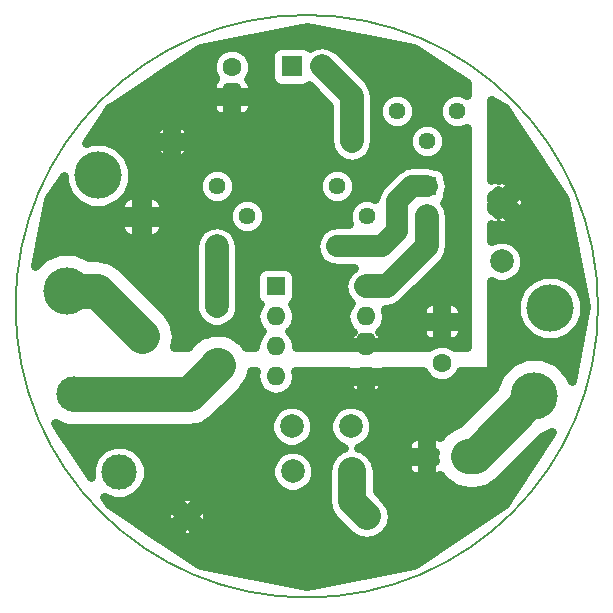
<source format=gbr>
%TF.GenerationSoftware,KiCad,Pcbnew,4.0.7*%
%TF.CreationDate,2020-08-23T22:37:38+12:00*%
%TF.ProjectId,jar-of-dirt,6A61722D6F662D646972742E6B696361,rev?*%
%TF.FileFunction,Copper,L1,Top,Signal*%
%FSLAX46Y46*%
G04 Gerber Fmt 4.6, Leading zero omitted, Abs format (unit mm)*
G04 Created by KiCad (PCBNEW 4.0.7) date 2020 August 23, Sunday 22:37:38*
%MOMM*%
%LPD*%
G01*
G04 APERTURE LIST*
%ADD10C,0.150000*%
%ADD11C,1.440000*%
%ADD12C,2.999740*%
%ADD13C,4.000500*%
%ADD14R,1.600000X1.600000*%
%ADD15C,1.600000*%
%ADD16O,1.600000X1.600000*%
%ADD17R,1.800000X1.800000*%
%ADD18C,1.800000*%
%ADD19C,2.000000*%
%ADD20O,1.800000X1.800000*%
%ADD21C,2.000000*%
%ADD22C,3.000000*%
%ADD23C,2.400000*%
%ADD24C,1.900000*%
%ADD25C,0.800000*%
G04 APERTURE END LIST*
D10*
X146578940Y-74930000D02*
G75*
G03X146578940Y-74930000I-24658940J0D01*
G01*
D11*
X124460000Y-64770000D03*
X127000000Y-67310000D03*
X124460000Y-69850000D03*
D12*
X102235000Y-82379852D03*
X106045000Y-88978966D03*
D13*
X141190533Y-82569294D03*
X142513732Y-75065059D03*
D14*
X133350000Y-76200000D03*
D15*
X133350000Y-79700000D03*
D14*
X132080000Y-87630000D03*
D15*
X135580000Y-87630000D03*
X111760000Y-92710000D03*
D16*
X127000000Y-92710000D03*
D14*
X119291100Y-73253600D03*
D16*
X126911100Y-80873600D03*
X119291100Y-75793600D03*
X126911100Y-78333600D03*
X119291100Y-78333600D03*
X126911100Y-75793600D03*
X119291100Y-80873600D03*
X126911100Y-73253600D03*
D17*
X120650000Y-54610000D03*
D18*
X123190000Y-54610000D03*
D15*
X125730000Y-60960000D03*
D16*
X110490000Y-60960000D03*
D14*
X132080000Y-64770000D03*
D15*
X132080000Y-67270000D03*
D19*
X114300000Y-74930000D03*
X114300000Y-79930000D03*
X120650000Y-85090000D03*
X125650000Y-85090000D03*
X125730000Y-88900000D03*
X120730000Y-88900000D03*
X138430000Y-71120000D03*
X138430000Y-66120000D03*
D14*
X115570000Y-57150000D03*
D15*
X115570000Y-54650000D03*
D13*
X101600000Y-73660000D03*
X104229601Y-63846194D03*
D11*
X134620000Y-58420000D03*
X132080000Y-60960000D03*
X129540000Y-58420000D03*
X114300000Y-64770000D03*
X116840000Y-67310000D03*
X114300000Y-69850000D03*
D17*
X107950000Y-67310000D03*
D20*
X107950000Y-77470000D03*
D21*
X114300000Y-74930000D02*
X114300000Y-69850000D01*
D22*
X102235000Y-82379852D02*
X111930148Y-82379852D01*
X111930148Y-82379852D02*
X114365125Y-79944875D01*
X114365125Y-79944875D02*
X114300000Y-79930000D01*
D23*
X125730000Y-88900000D02*
X125730000Y-91440000D01*
X125730000Y-91440000D02*
X127000000Y-92710000D01*
D22*
X135580000Y-87630000D02*
X136129827Y-87630000D01*
X136129827Y-87630000D02*
X141190533Y-82569294D01*
D21*
X125730000Y-60960000D02*
X125730000Y-57150000D01*
X125730000Y-57150000D02*
X123190000Y-54610000D01*
X126911100Y-73253600D02*
X128676400Y-73253600D01*
X132080000Y-69850000D02*
X132080000Y-67270000D01*
X128676400Y-73253600D02*
X132080000Y-69850000D01*
D24*
X132080000Y-64770000D02*
X130810000Y-64770000D01*
X128270000Y-69850000D02*
X124460000Y-69850000D01*
X129540000Y-68580000D02*
X128270000Y-69850000D01*
X129540000Y-66040000D02*
X129540000Y-68580000D01*
X130810000Y-64770000D02*
X129540000Y-66040000D01*
D22*
X101600000Y-73660000D02*
X104140000Y-73660000D01*
X104140000Y-73660000D02*
X107950000Y-77470000D01*
D25*
G36*
X138667075Y-58182925D02*
X143801107Y-65866549D01*
X145603940Y-74930000D01*
X144339558Y-81286474D01*
X144074806Y-80645723D01*
X143119135Y-79688383D01*
X141869852Y-79169635D01*
X140517149Y-79168455D01*
X139266962Y-79685021D01*
X138309622Y-80640692D01*
X137806668Y-81851939D01*
X134766865Y-84891742D01*
X134470218Y-84950749D01*
X133529390Y-85579390D01*
X133243940Y-86006596D01*
X133059021Y-85930000D01*
X132705000Y-85930000D01*
X132480000Y-86155000D01*
X132480000Y-87230000D01*
X132759565Y-87230000D01*
X132680000Y-87630000D01*
X132759565Y-88030000D01*
X132480000Y-88030000D01*
X132480000Y-89105000D01*
X132705000Y-89330000D01*
X133059021Y-89330000D01*
X133243940Y-89253404D01*
X133529390Y-89680610D01*
X134470218Y-90309251D01*
X135580000Y-90530000D01*
X136129827Y-90530000D01*
X137239609Y-90309251D01*
X138180437Y-89680610D01*
X141909923Y-85951124D01*
X142715417Y-85618301D01*
X138667075Y-91677075D01*
X130983451Y-96811107D01*
X121920000Y-98613940D01*
X112856549Y-96811107D01*
X108681139Y-94021187D01*
X111014499Y-94021187D01*
X111092296Y-94309536D01*
X111755238Y-94443298D01*
X112418905Y-94313181D01*
X112427704Y-94309536D01*
X112505501Y-94021187D01*
X111760000Y-93275685D01*
X111014499Y-94021187D01*
X108681139Y-94021187D01*
X106711681Y-92705238D01*
X110026702Y-92705238D01*
X110156819Y-93368905D01*
X110160464Y-93377704D01*
X110448813Y-93455501D01*
X111194315Y-92710000D01*
X112325685Y-92710000D01*
X113071187Y-93455501D01*
X113359536Y-93377704D01*
X113493298Y-92714762D01*
X113363181Y-92051095D01*
X113359536Y-92042296D01*
X113071187Y-91964499D01*
X112325685Y-92710000D01*
X111194315Y-92710000D01*
X110448813Y-91964499D01*
X110160464Y-92042296D01*
X110026702Y-92705238D01*
X106711681Y-92705238D01*
X105172925Y-91677075D01*
X104986997Y-91398813D01*
X111014499Y-91398813D01*
X111760000Y-92144315D01*
X112505501Y-91398813D01*
X112427704Y-91110464D01*
X111764762Y-90976702D01*
X111101095Y-91106819D01*
X111092296Y-91110464D01*
X111014499Y-91398813D01*
X104986997Y-91398813D01*
X104745980Y-91038106D01*
X105565542Y-91378418D01*
X106520269Y-91379251D01*
X107402641Y-91014663D01*
X108078324Y-90340158D01*
X108444452Y-89458424D01*
X108444610Y-89276275D01*
X118829671Y-89276275D01*
X119118319Y-89974857D01*
X119652331Y-90509802D01*
X120350409Y-90799669D01*
X121106275Y-90800329D01*
X121804857Y-90511681D01*
X122339802Y-89977669D01*
X122629669Y-89279591D01*
X122630000Y-88900000D01*
X123630000Y-88900000D01*
X123630000Y-91440000D01*
X123789853Y-92243635D01*
X124245076Y-92924924D01*
X125515076Y-94194924D01*
X126196364Y-94650147D01*
X127000000Y-94810000D01*
X127803635Y-94650147D01*
X128484924Y-94194924D01*
X128940147Y-93513635D01*
X129100000Y-92710000D01*
X128940147Y-91906364D01*
X128484924Y-91225076D01*
X127830000Y-90570152D01*
X127830000Y-88900000D01*
X127701702Y-88255000D01*
X130380000Y-88255000D01*
X130380000Y-88609021D01*
X130517017Y-88939809D01*
X130770191Y-89192983D01*
X131100979Y-89330000D01*
X131455000Y-89330000D01*
X131680000Y-89105000D01*
X131680000Y-88030000D01*
X130605000Y-88030000D01*
X130380000Y-88255000D01*
X127701702Y-88255000D01*
X127670147Y-88096365D01*
X127214924Y-87415076D01*
X126533635Y-86959853D01*
X126240938Y-86901632D01*
X126724857Y-86701681D01*
X126775647Y-86650979D01*
X130380000Y-86650979D01*
X130380000Y-87005000D01*
X130605000Y-87230000D01*
X131680000Y-87230000D01*
X131680000Y-86155000D01*
X131455000Y-85930000D01*
X131100979Y-85930000D01*
X130770191Y-86067017D01*
X130517017Y-86320191D01*
X130380000Y-86650979D01*
X126775647Y-86650979D01*
X127259802Y-86167669D01*
X127549669Y-85469591D01*
X127550329Y-84713725D01*
X127261681Y-84015143D01*
X126727669Y-83480198D01*
X126029591Y-83190331D01*
X125273725Y-83189671D01*
X124575143Y-83478319D01*
X124040198Y-84012331D01*
X123750331Y-84710409D01*
X123749671Y-85466275D01*
X124038319Y-86164857D01*
X124572331Y-86699802D01*
X125110430Y-86923240D01*
X124926365Y-86959853D01*
X124245076Y-87415076D01*
X123789853Y-88096365D01*
X123630000Y-88900000D01*
X122630000Y-88900000D01*
X122630329Y-88523725D01*
X122341681Y-87825143D01*
X121807669Y-87290198D01*
X121109591Y-87000331D01*
X120353725Y-86999671D01*
X119655143Y-87288319D01*
X119120198Y-87822331D01*
X118830331Y-88520409D01*
X118829671Y-89276275D01*
X108444610Y-89276275D01*
X108445285Y-88503697D01*
X108080697Y-87621325D01*
X107406192Y-86945642D01*
X106524458Y-86579514D01*
X105569731Y-86578681D01*
X104687359Y-86943269D01*
X104011676Y-87617774D01*
X103645548Y-88499508D01*
X103644771Y-89390030D01*
X101023003Y-85466275D01*
X118749671Y-85466275D01*
X119038319Y-86164857D01*
X119572331Y-86699802D01*
X120270409Y-86989669D01*
X121026275Y-86990329D01*
X121724857Y-86701681D01*
X122259802Y-86167669D01*
X122549669Y-85469591D01*
X122550329Y-84713725D01*
X122261681Y-84015143D01*
X121727669Y-83480198D01*
X121029591Y-83190331D01*
X120273725Y-83189671D01*
X119575143Y-83478319D01*
X119040198Y-84012331D01*
X118750331Y-84710409D01*
X118749671Y-85466275D01*
X101023003Y-85466275D01*
X100607090Y-84843818D01*
X101124666Y-85058734D01*
X101125218Y-85059103D01*
X101125864Y-85059231D01*
X101655650Y-85279218D01*
X102234350Y-85279723D01*
X102235000Y-85279852D01*
X102382695Y-85279852D01*
X102809289Y-85280224D01*
X102810189Y-85279852D01*
X111930148Y-85279852D01*
X113039930Y-85059103D01*
X113980758Y-84430462D01*
X116415734Y-81995485D01*
X116551885Y-81791721D01*
X116729991Y-81623389D01*
X116863218Y-81325780D01*
X117044376Y-81054658D01*
X117092187Y-80814297D01*
X117192315Y-80590625D01*
X117197411Y-80410000D01*
X117650011Y-80410000D01*
X117557795Y-80873600D01*
X117687200Y-81524162D01*
X118055713Y-82075682D01*
X118607233Y-82444195D01*
X119257795Y-82573600D01*
X119324405Y-82573600D01*
X119974967Y-82444195D01*
X120526487Y-82075682D01*
X120893005Y-81527147D01*
X125341745Y-81527147D01*
X125706720Y-82073416D01*
X126257548Y-82442982D01*
X126511100Y-82300898D01*
X126511100Y-81273600D01*
X127311100Y-81273600D01*
X127311100Y-82300898D01*
X127564652Y-82442982D01*
X128115480Y-82073416D01*
X128480455Y-81527147D01*
X128330827Y-81273600D01*
X127311100Y-81273600D01*
X126511100Y-81273600D01*
X125491373Y-81273600D01*
X125341745Y-81527147D01*
X120893005Y-81527147D01*
X120895000Y-81524162D01*
X121024405Y-80873600D01*
X120932189Y-80410000D01*
X125453840Y-80410000D01*
X125491373Y-80473600D01*
X126511100Y-80473600D01*
X126511100Y-80410000D01*
X127311100Y-80410000D01*
X127311100Y-80473600D01*
X128330827Y-80473600D01*
X128368360Y-80410000D01*
X131803964Y-80410000D01*
X131907970Y-80661715D01*
X132385770Y-81140350D01*
X133010366Y-81399704D01*
X133686667Y-81400294D01*
X134311715Y-81142030D01*
X134790350Y-80664230D01*
X134895915Y-80410000D01*
X137160000Y-80410000D01*
X137315622Y-80378486D01*
X137446723Y-80288908D01*
X137532644Y-80155383D01*
X137560000Y-80010000D01*
X137560000Y-75639423D01*
X139612980Y-75639423D01*
X140053586Y-76705772D01*
X140868727Y-77522337D01*
X141934306Y-77964804D01*
X143088096Y-77965811D01*
X144154445Y-77525205D01*
X144971010Y-76710064D01*
X145413477Y-75644485D01*
X145414484Y-74490695D01*
X144973878Y-73424346D01*
X144158737Y-72607781D01*
X143093158Y-72165314D01*
X141939368Y-72164307D01*
X140873019Y-72604913D01*
X140056454Y-73420054D01*
X139613987Y-74485633D01*
X139612980Y-75639423D01*
X137560000Y-75639423D01*
X137560000Y-72816034D01*
X138050409Y-73019669D01*
X138806275Y-73020329D01*
X139504857Y-72731681D01*
X140039802Y-72197669D01*
X140329669Y-71499591D01*
X140330329Y-70743725D01*
X140041681Y-70045143D01*
X139507669Y-69510198D01*
X138809591Y-69220331D01*
X138053725Y-69219671D01*
X137560000Y-69423674D01*
X137560000Y-67978566D01*
X137843536Y-68262102D01*
X138112368Y-67993270D01*
X138479272Y-68056596D01*
X139125582Y-67928037D01*
X139234399Y-67631506D01*
X138430000Y-66827107D01*
X138076447Y-67180661D01*
X137560000Y-66664214D01*
X137560000Y-66282893D01*
X137722893Y-66120000D01*
X139137107Y-66120000D01*
X139941506Y-66924399D01*
X140238037Y-66815582D01*
X140366596Y-66070728D01*
X140238037Y-65424418D01*
X139941506Y-65315601D01*
X139137107Y-66120000D01*
X137722893Y-66120000D01*
X137560000Y-65957107D01*
X137560000Y-65575786D01*
X138076447Y-65059340D01*
X138430000Y-65412893D01*
X139234399Y-64608494D01*
X139125582Y-64311963D01*
X138380728Y-64183404D01*
X138104072Y-64238434D01*
X137843536Y-63977898D01*
X137560000Y-64261434D01*
X137560000Y-57443201D01*
X138667075Y-58182925D01*
X138667075Y-58182925D01*
G37*
X138667075Y-58182925D02*
X143801107Y-65866549D01*
X145603940Y-74930000D01*
X144339558Y-81286474D01*
X144074806Y-80645723D01*
X143119135Y-79688383D01*
X141869852Y-79169635D01*
X140517149Y-79168455D01*
X139266962Y-79685021D01*
X138309622Y-80640692D01*
X137806668Y-81851939D01*
X134766865Y-84891742D01*
X134470218Y-84950749D01*
X133529390Y-85579390D01*
X133243940Y-86006596D01*
X133059021Y-85930000D01*
X132705000Y-85930000D01*
X132480000Y-86155000D01*
X132480000Y-87230000D01*
X132759565Y-87230000D01*
X132680000Y-87630000D01*
X132759565Y-88030000D01*
X132480000Y-88030000D01*
X132480000Y-89105000D01*
X132705000Y-89330000D01*
X133059021Y-89330000D01*
X133243940Y-89253404D01*
X133529390Y-89680610D01*
X134470218Y-90309251D01*
X135580000Y-90530000D01*
X136129827Y-90530000D01*
X137239609Y-90309251D01*
X138180437Y-89680610D01*
X141909923Y-85951124D01*
X142715417Y-85618301D01*
X138667075Y-91677075D01*
X130983451Y-96811107D01*
X121920000Y-98613940D01*
X112856549Y-96811107D01*
X108681139Y-94021187D01*
X111014499Y-94021187D01*
X111092296Y-94309536D01*
X111755238Y-94443298D01*
X112418905Y-94313181D01*
X112427704Y-94309536D01*
X112505501Y-94021187D01*
X111760000Y-93275685D01*
X111014499Y-94021187D01*
X108681139Y-94021187D01*
X106711681Y-92705238D01*
X110026702Y-92705238D01*
X110156819Y-93368905D01*
X110160464Y-93377704D01*
X110448813Y-93455501D01*
X111194315Y-92710000D01*
X112325685Y-92710000D01*
X113071187Y-93455501D01*
X113359536Y-93377704D01*
X113493298Y-92714762D01*
X113363181Y-92051095D01*
X113359536Y-92042296D01*
X113071187Y-91964499D01*
X112325685Y-92710000D01*
X111194315Y-92710000D01*
X110448813Y-91964499D01*
X110160464Y-92042296D01*
X110026702Y-92705238D01*
X106711681Y-92705238D01*
X105172925Y-91677075D01*
X104986997Y-91398813D01*
X111014499Y-91398813D01*
X111760000Y-92144315D01*
X112505501Y-91398813D01*
X112427704Y-91110464D01*
X111764762Y-90976702D01*
X111101095Y-91106819D01*
X111092296Y-91110464D01*
X111014499Y-91398813D01*
X104986997Y-91398813D01*
X104745980Y-91038106D01*
X105565542Y-91378418D01*
X106520269Y-91379251D01*
X107402641Y-91014663D01*
X108078324Y-90340158D01*
X108444452Y-89458424D01*
X108444610Y-89276275D01*
X118829671Y-89276275D01*
X119118319Y-89974857D01*
X119652331Y-90509802D01*
X120350409Y-90799669D01*
X121106275Y-90800329D01*
X121804857Y-90511681D01*
X122339802Y-89977669D01*
X122629669Y-89279591D01*
X122630000Y-88900000D01*
X123630000Y-88900000D01*
X123630000Y-91440000D01*
X123789853Y-92243635D01*
X124245076Y-92924924D01*
X125515076Y-94194924D01*
X126196364Y-94650147D01*
X127000000Y-94810000D01*
X127803635Y-94650147D01*
X128484924Y-94194924D01*
X128940147Y-93513635D01*
X129100000Y-92710000D01*
X128940147Y-91906364D01*
X128484924Y-91225076D01*
X127830000Y-90570152D01*
X127830000Y-88900000D01*
X127701702Y-88255000D01*
X130380000Y-88255000D01*
X130380000Y-88609021D01*
X130517017Y-88939809D01*
X130770191Y-89192983D01*
X131100979Y-89330000D01*
X131455000Y-89330000D01*
X131680000Y-89105000D01*
X131680000Y-88030000D01*
X130605000Y-88030000D01*
X130380000Y-88255000D01*
X127701702Y-88255000D01*
X127670147Y-88096365D01*
X127214924Y-87415076D01*
X126533635Y-86959853D01*
X126240938Y-86901632D01*
X126724857Y-86701681D01*
X126775647Y-86650979D01*
X130380000Y-86650979D01*
X130380000Y-87005000D01*
X130605000Y-87230000D01*
X131680000Y-87230000D01*
X131680000Y-86155000D01*
X131455000Y-85930000D01*
X131100979Y-85930000D01*
X130770191Y-86067017D01*
X130517017Y-86320191D01*
X130380000Y-86650979D01*
X126775647Y-86650979D01*
X127259802Y-86167669D01*
X127549669Y-85469591D01*
X127550329Y-84713725D01*
X127261681Y-84015143D01*
X126727669Y-83480198D01*
X126029591Y-83190331D01*
X125273725Y-83189671D01*
X124575143Y-83478319D01*
X124040198Y-84012331D01*
X123750331Y-84710409D01*
X123749671Y-85466275D01*
X124038319Y-86164857D01*
X124572331Y-86699802D01*
X125110430Y-86923240D01*
X124926365Y-86959853D01*
X124245076Y-87415076D01*
X123789853Y-88096365D01*
X123630000Y-88900000D01*
X122630000Y-88900000D01*
X122630329Y-88523725D01*
X122341681Y-87825143D01*
X121807669Y-87290198D01*
X121109591Y-87000331D01*
X120353725Y-86999671D01*
X119655143Y-87288319D01*
X119120198Y-87822331D01*
X118830331Y-88520409D01*
X118829671Y-89276275D01*
X108444610Y-89276275D01*
X108445285Y-88503697D01*
X108080697Y-87621325D01*
X107406192Y-86945642D01*
X106524458Y-86579514D01*
X105569731Y-86578681D01*
X104687359Y-86943269D01*
X104011676Y-87617774D01*
X103645548Y-88499508D01*
X103644771Y-89390030D01*
X101023003Y-85466275D01*
X118749671Y-85466275D01*
X119038319Y-86164857D01*
X119572331Y-86699802D01*
X120270409Y-86989669D01*
X121026275Y-86990329D01*
X121724857Y-86701681D01*
X122259802Y-86167669D01*
X122549669Y-85469591D01*
X122550329Y-84713725D01*
X122261681Y-84015143D01*
X121727669Y-83480198D01*
X121029591Y-83190331D01*
X120273725Y-83189671D01*
X119575143Y-83478319D01*
X119040198Y-84012331D01*
X118750331Y-84710409D01*
X118749671Y-85466275D01*
X101023003Y-85466275D01*
X100607090Y-84843818D01*
X101124666Y-85058734D01*
X101125218Y-85059103D01*
X101125864Y-85059231D01*
X101655650Y-85279218D01*
X102234350Y-85279723D01*
X102235000Y-85279852D01*
X102382695Y-85279852D01*
X102809289Y-85280224D01*
X102810189Y-85279852D01*
X111930148Y-85279852D01*
X113039930Y-85059103D01*
X113980758Y-84430462D01*
X116415734Y-81995485D01*
X116551885Y-81791721D01*
X116729991Y-81623389D01*
X116863218Y-81325780D01*
X117044376Y-81054658D01*
X117092187Y-80814297D01*
X117192315Y-80590625D01*
X117197411Y-80410000D01*
X117650011Y-80410000D01*
X117557795Y-80873600D01*
X117687200Y-81524162D01*
X118055713Y-82075682D01*
X118607233Y-82444195D01*
X119257795Y-82573600D01*
X119324405Y-82573600D01*
X119974967Y-82444195D01*
X120526487Y-82075682D01*
X120893005Y-81527147D01*
X125341745Y-81527147D01*
X125706720Y-82073416D01*
X126257548Y-82442982D01*
X126511100Y-82300898D01*
X126511100Y-81273600D01*
X127311100Y-81273600D01*
X127311100Y-82300898D01*
X127564652Y-82442982D01*
X128115480Y-82073416D01*
X128480455Y-81527147D01*
X128330827Y-81273600D01*
X127311100Y-81273600D01*
X126511100Y-81273600D01*
X125491373Y-81273600D01*
X125341745Y-81527147D01*
X120893005Y-81527147D01*
X120895000Y-81524162D01*
X121024405Y-80873600D01*
X120932189Y-80410000D01*
X125453840Y-80410000D01*
X125491373Y-80473600D01*
X126511100Y-80473600D01*
X126511100Y-80410000D01*
X127311100Y-80410000D01*
X127311100Y-80473600D01*
X128330827Y-80473600D01*
X128368360Y-80410000D01*
X131803964Y-80410000D01*
X131907970Y-80661715D01*
X132385770Y-81140350D01*
X133010366Y-81399704D01*
X133686667Y-81400294D01*
X134311715Y-81142030D01*
X134790350Y-80664230D01*
X134895915Y-80410000D01*
X137160000Y-80410000D01*
X137315622Y-80378486D01*
X137446723Y-80288908D01*
X137532644Y-80155383D01*
X137560000Y-80010000D01*
X137560000Y-75639423D01*
X139612980Y-75639423D01*
X140053586Y-76705772D01*
X140868727Y-77522337D01*
X141934306Y-77964804D01*
X143088096Y-77965811D01*
X144154445Y-77525205D01*
X144971010Y-76710064D01*
X145413477Y-75644485D01*
X145414484Y-74490695D01*
X144973878Y-73424346D01*
X144158737Y-72607781D01*
X143093158Y-72165314D01*
X141939368Y-72164307D01*
X140873019Y-72604913D01*
X140056454Y-73420054D01*
X139613987Y-74485633D01*
X139612980Y-75639423D01*
X137560000Y-75639423D01*
X137560000Y-72816034D01*
X138050409Y-73019669D01*
X138806275Y-73020329D01*
X139504857Y-72731681D01*
X140039802Y-72197669D01*
X140329669Y-71499591D01*
X140330329Y-70743725D01*
X140041681Y-70045143D01*
X139507669Y-69510198D01*
X138809591Y-69220331D01*
X138053725Y-69219671D01*
X137560000Y-69423674D01*
X137560000Y-67978566D01*
X137843536Y-68262102D01*
X138112368Y-67993270D01*
X138479272Y-68056596D01*
X139125582Y-67928037D01*
X139234399Y-67631506D01*
X138430000Y-66827107D01*
X138076447Y-67180661D01*
X137560000Y-66664214D01*
X137560000Y-66282893D01*
X137722893Y-66120000D01*
X139137107Y-66120000D01*
X139941506Y-66924399D01*
X140238037Y-66815582D01*
X140366596Y-66070728D01*
X140238037Y-65424418D01*
X139941506Y-65315601D01*
X139137107Y-66120000D01*
X137722893Y-66120000D01*
X137560000Y-65957107D01*
X137560000Y-65575786D01*
X138076447Y-65059340D01*
X138430000Y-65412893D01*
X139234399Y-64608494D01*
X139125582Y-64311963D01*
X138380728Y-64183404D01*
X138104072Y-64238434D01*
X137843536Y-63977898D01*
X137560000Y-64261434D01*
X137560000Y-57443201D01*
X138667075Y-58182925D01*
G36*
X130983451Y-53048893D02*
X135490000Y-56060072D01*
X135490000Y-57027145D01*
X134943652Y-56800282D01*
X134299176Y-56799719D01*
X133703542Y-57045830D01*
X133247431Y-57501145D01*
X133000282Y-58096348D01*
X132999719Y-58740824D01*
X133245830Y-59336458D01*
X133701145Y-59792569D01*
X134296348Y-60039718D01*
X134940824Y-60040281D01*
X135490000Y-59813366D01*
X135490000Y-78340000D01*
X134394440Y-78340000D01*
X134314230Y-78259650D01*
X133689634Y-78000296D01*
X133013333Y-77999706D01*
X132388285Y-78257970D01*
X132306112Y-78340000D01*
X121023132Y-78340000D01*
X121024405Y-78333600D01*
X120895000Y-77683038D01*
X120526487Y-77131518D01*
X120424840Y-77063600D01*
X120526487Y-76995682D01*
X120895000Y-76444162D01*
X121024405Y-75793600D01*
X120895000Y-75143038D01*
X120643963Y-74767333D01*
X120730938Y-74711366D01*
X120936436Y-74410610D01*
X121008732Y-74053600D01*
X121008732Y-72453600D01*
X120945976Y-72120080D01*
X120748866Y-71813762D01*
X120448110Y-71608264D01*
X120091100Y-71535968D01*
X118491100Y-71535968D01*
X118157580Y-71598724D01*
X117851262Y-71795834D01*
X117645764Y-72096590D01*
X117573468Y-72453600D01*
X117573468Y-74053600D01*
X117636224Y-74387120D01*
X117833334Y-74693438D01*
X117939255Y-74765811D01*
X117687200Y-75143038D01*
X117557795Y-75793600D01*
X117687200Y-76444162D01*
X118055713Y-76995682D01*
X118157360Y-77063600D01*
X118055713Y-77131518D01*
X117687200Y-77683038D01*
X117557795Y-78333600D01*
X117559068Y-78340000D01*
X116761924Y-78340000D01*
X116596887Y-78165381D01*
X116415734Y-77894266D01*
X116211973Y-77758117D01*
X116043639Y-77580009D01*
X115746025Y-77446780D01*
X115474907Y-77265624D01*
X115234551Y-77217814D01*
X115010875Y-77117684D01*
X114945750Y-77102809D01*
X114608552Y-77093296D01*
X114365125Y-77044875D01*
X114182174Y-77081266D01*
X113814676Y-77070898D01*
X113357645Y-77245275D01*
X113255342Y-77265624D01*
X113190160Y-77309177D01*
X112757488Y-77474260D01*
X111935134Y-78251486D01*
X111917173Y-78291608D01*
X111868781Y-78340000D01*
X110676947Y-78340000D01*
X110850001Y-77470000D01*
X110629251Y-76360218D01*
X110000610Y-75419391D01*
X109887495Y-75306275D01*
X112399671Y-75306275D01*
X112688319Y-76004857D01*
X113222331Y-76539802D01*
X113920409Y-76829669D01*
X114676275Y-76830329D01*
X115374857Y-76541681D01*
X115909802Y-76007669D01*
X116199669Y-75309591D01*
X116200329Y-74553725D01*
X116200000Y-74552929D01*
X116200000Y-69850000D01*
X122610000Y-69850000D01*
X122750823Y-70557964D01*
X123151852Y-71158148D01*
X123752036Y-71559177D01*
X124460000Y-71700000D01*
X125882029Y-71700000D01*
X125567597Y-71910097D01*
X125155729Y-72526501D01*
X125011100Y-73253600D01*
X125155729Y-73980699D01*
X125567597Y-74597103D01*
X125639762Y-74645322D01*
X125307200Y-75143038D01*
X125177795Y-75793600D01*
X125307200Y-76444162D01*
X125675713Y-76995682D01*
X125794378Y-77074972D01*
X125706720Y-77133784D01*
X125341745Y-77680053D01*
X125491373Y-77933600D01*
X126511100Y-77933600D01*
X126511100Y-77533600D01*
X127311100Y-77533600D01*
X127311100Y-77933600D01*
X128330827Y-77933600D01*
X128480455Y-77680053D01*
X128115480Y-77133784D01*
X128027822Y-77074972D01*
X128146487Y-76995682D01*
X128260532Y-76825000D01*
X131650000Y-76825000D01*
X131650000Y-77179021D01*
X131787017Y-77509809D01*
X132040191Y-77762983D01*
X132370979Y-77900000D01*
X132725000Y-77900000D01*
X132950000Y-77675000D01*
X132950000Y-76600000D01*
X133750000Y-76600000D01*
X133750000Y-77675000D01*
X133975000Y-77900000D01*
X134329021Y-77900000D01*
X134659809Y-77762983D01*
X134912983Y-77509809D01*
X135050000Y-77179021D01*
X135050000Y-76825000D01*
X134825000Y-76600000D01*
X133750000Y-76600000D01*
X132950000Y-76600000D01*
X131875000Y-76600000D01*
X131650000Y-76825000D01*
X128260532Y-76825000D01*
X128515000Y-76444162D01*
X128644405Y-75793600D01*
X128530504Y-75220979D01*
X131650000Y-75220979D01*
X131650000Y-75575000D01*
X131875000Y-75800000D01*
X132950000Y-75800000D01*
X132950000Y-74725000D01*
X133750000Y-74725000D01*
X133750000Y-75800000D01*
X134825000Y-75800000D01*
X135050000Y-75575000D01*
X135050000Y-75220979D01*
X134912983Y-74890191D01*
X134659809Y-74637017D01*
X134329021Y-74500000D01*
X133975000Y-74500000D01*
X133750000Y-74725000D01*
X132950000Y-74725000D01*
X132725000Y-74500000D01*
X132370979Y-74500000D01*
X132040191Y-74637017D01*
X131787017Y-74890191D01*
X131650000Y-75220979D01*
X128530504Y-75220979D01*
X128517101Y-75153600D01*
X128676400Y-75153600D01*
X129403499Y-75008971D01*
X130019903Y-74597103D01*
X133423503Y-71193503D01*
X133447126Y-71158148D01*
X133835371Y-70577099D01*
X133980000Y-69850000D01*
X133980000Y-67270000D01*
X133835371Y-66542901D01*
X133572907Y-66150096D01*
X133725336Y-65927010D01*
X133797632Y-65570000D01*
X133797632Y-65435458D01*
X133930000Y-64770000D01*
X133797632Y-64104542D01*
X133797632Y-63970000D01*
X133734876Y-63636480D01*
X133537766Y-63330162D01*
X133237010Y-63124664D01*
X132880000Y-63052368D01*
X132745458Y-63052368D01*
X132080000Y-62920000D01*
X130810000Y-62920000D01*
X130102035Y-63060823D01*
X129861636Y-63221453D01*
X129501852Y-63461852D01*
X129501850Y-63461855D01*
X128231852Y-64731852D01*
X127830823Y-65332035D01*
X127726305Y-65857478D01*
X127323652Y-65690282D01*
X126679176Y-65689719D01*
X126083542Y-65935830D01*
X125627431Y-66391145D01*
X125380282Y-66986348D01*
X125379719Y-67630824D01*
X125532259Y-68000000D01*
X124460000Y-68000000D01*
X123752036Y-68140823D01*
X123151852Y-68541852D01*
X122750823Y-69142036D01*
X122610000Y-69850000D01*
X116200000Y-69850000D01*
X116055371Y-69122901D01*
X115643503Y-68506497D01*
X115027099Y-68094629D01*
X114300000Y-67950000D01*
X113572901Y-68094629D01*
X112956497Y-68506497D01*
X112544629Y-69122901D01*
X112400000Y-69850000D01*
X112400000Y-74929487D01*
X112399671Y-75306275D01*
X109887495Y-75306275D01*
X106190610Y-71609390D01*
X105249782Y-70980749D01*
X104140000Y-70760000D01*
X103482631Y-70760000D01*
X102279319Y-70260341D01*
X100926616Y-70259161D01*
X99676429Y-70775727D01*
X98910262Y-71540558D01*
X99617506Y-67985000D01*
X106150000Y-67985000D01*
X106150000Y-68389021D01*
X106287017Y-68719809D01*
X106540191Y-68972983D01*
X106870979Y-69110000D01*
X107275000Y-69110000D01*
X107500000Y-68885000D01*
X107500000Y-67760000D01*
X108400000Y-67760000D01*
X108400000Y-68885000D01*
X108625000Y-69110000D01*
X109029021Y-69110000D01*
X109359809Y-68972983D01*
X109612983Y-68719809D01*
X109750000Y-68389021D01*
X109750000Y-67985000D01*
X109525000Y-67760000D01*
X108400000Y-67760000D01*
X107500000Y-67760000D01*
X106375000Y-67760000D01*
X106150000Y-67985000D01*
X99617506Y-67985000D01*
X99687956Y-67630824D01*
X115219719Y-67630824D01*
X115465830Y-68226458D01*
X115921145Y-68682569D01*
X116516348Y-68929718D01*
X117160824Y-68930281D01*
X117756458Y-68684170D01*
X118212569Y-68228855D01*
X118459718Y-67633652D01*
X118460281Y-66989176D01*
X118214170Y-66393542D01*
X117758855Y-65937431D01*
X117163652Y-65690282D01*
X116519176Y-65689719D01*
X115923542Y-65935830D01*
X115467431Y-66391145D01*
X115220282Y-66986348D01*
X115219719Y-67630824D01*
X99687956Y-67630824D01*
X100038893Y-65866549D01*
X101329272Y-63935359D01*
X101328849Y-64420558D01*
X101769455Y-65486907D01*
X102584596Y-66303472D01*
X103650175Y-66745939D01*
X104803965Y-66746946D01*
X105870314Y-66306340D01*
X105945806Y-66230979D01*
X106150000Y-66230979D01*
X106150000Y-66635000D01*
X106375000Y-66860000D01*
X107500000Y-66860000D01*
X107500000Y-65735000D01*
X108400000Y-65735000D01*
X108400000Y-66860000D01*
X109525000Y-66860000D01*
X109750000Y-66635000D01*
X109750000Y-66230979D01*
X109612983Y-65900191D01*
X109359809Y-65647017D01*
X109029021Y-65510000D01*
X108625000Y-65510000D01*
X108400000Y-65735000D01*
X107500000Y-65735000D01*
X107275000Y-65510000D01*
X106870979Y-65510000D01*
X106540191Y-65647017D01*
X106287017Y-65900191D01*
X106150000Y-66230979D01*
X105945806Y-66230979D01*
X106686879Y-65491199D01*
X106853129Y-65090824D01*
X112679719Y-65090824D01*
X112925830Y-65686458D01*
X113381145Y-66142569D01*
X113976348Y-66389718D01*
X114620824Y-66390281D01*
X115216458Y-66144170D01*
X115672569Y-65688855D01*
X115919718Y-65093652D01*
X115919720Y-65090824D01*
X122839719Y-65090824D01*
X123085830Y-65686458D01*
X123541145Y-66142569D01*
X124136348Y-66389718D01*
X124780824Y-66390281D01*
X125376458Y-66144170D01*
X125832569Y-65688855D01*
X126079718Y-65093652D01*
X126080281Y-64449176D01*
X125834170Y-63853542D01*
X125378855Y-63397431D01*
X124783652Y-63150282D01*
X124139176Y-63149719D01*
X123543542Y-63395830D01*
X123087431Y-63851145D01*
X122840282Y-64446348D01*
X122839719Y-65090824D01*
X115919720Y-65090824D01*
X115920281Y-64449176D01*
X115674170Y-63853542D01*
X115218855Y-63397431D01*
X114623652Y-63150282D01*
X113979176Y-63149719D01*
X113383542Y-63395830D01*
X112927431Y-63851145D01*
X112680282Y-64446348D01*
X112679719Y-65090824D01*
X106853129Y-65090824D01*
X107129346Y-64425620D01*
X107130353Y-63271830D01*
X106689747Y-62205481D01*
X106098846Y-61613547D01*
X108920645Y-61613547D01*
X109285620Y-62159816D01*
X109836448Y-62529382D01*
X110090000Y-62387298D01*
X110090000Y-61360000D01*
X110890000Y-61360000D01*
X110890000Y-62387298D01*
X111143552Y-62529382D01*
X111694380Y-62159816D01*
X112059355Y-61613547D01*
X111909727Y-61360000D01*
X110890000Y-61360000D01*
X110090000Y-61360000D01*
X109070273Y-61360000D01*
X108920645Y-61613547D01*
X106098846Y-61613547D01*
X105874606Y-61388916D01*
X104809027Y-60946449D01*
X103655237Y-60945442D01*
X103201915Y-61132751D01*
X103754029Y-60306453D01*
X108920645Y-60306453D01*
X109070273Y-60560000D01*
X110090000Y-60560000D01*
X110090000Y-59532702D01*
X110890000Y-59532702D01*
X110890000Y-60560000D01*
X111909727Y-60560000D01*
X112059355Y-60306453D01*
X111694380Y-59760184D01*
X111143552Y-59390618D01*
X110890000Y-59532702D01*
X110090000Y-59532702D01*
X109836448Y-59390618D01*
X109285620Y-59760184D01*
X108920645Y-60306453D01*
X103754029Y-60306453D01*
X105172925Y-58182925D01*
X105783428Y-57775000D01*
X113870000Y-57775000D01*
X113870000Y-58129021D01*
X114007017Y-58459809D01*
X114260191Y-58712983D01*
X114590979Y-58850000D01*
X114945000Y-58850000D01*
X115170000Y-58625000D01*
X115170000Y-57550000D01*
X115970000Y-57550000D01*
X115970000Y-58625000D01*
X116195000Y-58850000D01*
X116549021Y-58850000D01*
X116879809Y-58712983D01*
X117132983Y-58459809D01*
X117270000Y-58129021D01*
X117270000Y-57775000D01*
X117045000Y-57550000D01*
X115970000Y-57550000D01*
X115170000Y-57550000D01*
X114095000Y-57550000D01*
X113870000Y-57775000D01*
X105783428Y-57775000D01*
X109956464Y-54986667D01*
X113869706Y-54986667D01*
X114127970Y-55611715D01*
X114181685Y-55665523D01*
X114007017Y-55840191D01*
X113870000Y-56170979D01*
X113870000Y-56525000D01*
X114095000Y-56750000D01*
X115170000Y-56750000D01*
X115170000Y-56350000D01*
X115569663Y-56350000D01*
X115906667Y-56350294D01*
X115907379Y-56350000D01*
X115970000Y-56350000D01*
X115970000Y-56750000D01*
X117045000Y-56750000D01*
X117270000Y-56525000D01*
X117270000Y-56170979D01*
X117132983Y-55840191D01*
X116958641Y-55665849D01*
X117010350Y-55614230D01*
X117269704Y-54989634D01*
X117270294Y-54313333D01*
X117021003Y-53710000D01*
X118832368Y-53710000D01*
X118832368Y-55510000D01*
X118895124Y-55843520D01*
X119092234Y-56149838D01*
X119392990Y-56355336D01*
X119750000Y-56427632D01*
X121550000Y-56427632D01*
X121883520Y-56364876D01*
X122111299Y-56218305D01*
X123830000Y-57937006D01*
X123830000Y-60960000D01*
X123974629Y-61687099D01*
X124386497Y-62303503D01*
X125002901Y-62715371D01*
X125730000Y-62860000D01*
X126457099Y-62715371D01*
X127073503Y-62303503D01*
X127485371Y-61687099D01*
X127566184Y-61280824D01*
X130459719Y-61280824D01*
X130705830Y-61876458D01*
X131161145Y-62332569D01*
X131756348Y-62579718D01*
X132400824Y-62580281D01*
X132996458Y-62334170D01*
X133452569Y-61878855D01*
X133699718Y-61283652D01*
X133700281Y-60639176D01*
X133454170Y-60043542D01*
X132998855Y-59587431D01*
X132403652Y-59340282D01*
X131759176Y-59339719D01*
X131163542Y-59585830D01*
X130707431Y-60041145D01*
X130460282Y-60636348D01*
X130459719Y-61280824D01*
X127566184Y-61280824D01*
X127630000Y-60960000D01*
X127630000Y-58740824D01*
X127919719Y-58740824D01*
X128165830Y-59336458D01*
X128621145Y-59792569D01*
X129216348Y-60039718D01*
X129860824Y-60040281D01*
X130456458Y-59794170D01*
X130912569Y-59338855D01*
X131159718Y-58743652D01*
X131160281Y-58099176D01*
X130914170Y-57503542D01*
X130458855Y-57047431D01*
X129863652Y-56800282D01*
X129219176Y-56799719D01*
X128623542Y-57045830D01*
X128167431Y-57501145D01*
X127920282Y-58096348D01*
X127919719Y-58740824D01*
X127630000Y-58740824D01*
X127630000Y-57150000D01*
X127485371Y-56422901D01*
X127073503Y-55806497D01*
X124533503Y-53266497D01*
X123917098Y-52854629D01*
X123190000Y-52710000D01*
X122462902Y-52854629D01*
X122174426Y-53047382D01*
X121907010Y-52864664D01*
X121550000Y-52792368D01*
X119750000Y-52792368D01*
X119416480Y-52855124D01*
X119110162Y-53052234D01*
X118904664Y-53352990D01*
X118832368Y-53710000D01*
X117021003Y-53710000D01*
X117012030Y-53688285D01*
X116534230Y-53209650D01*
X115909634Y-52950296D01*
X115233333Y-52949706D01*
X114608285Y-53207970D01*
X114129650Y-53685770D01*
X113870296Y-54310366D01*
X113869706Y-54986667D01*
X109956464Y-54986667D01*
X112856549Y-53048893D01*
X121920000Y-51246060D01*
X130983451Y-53048893D01*
X130983451Y-53048893D01*
G37*
X130983451Y-53048893D02*
X135490000Y-56060072D01*
X135490000Y-57027145D01*
X134943652Y-56800282D01*
X134299176Y-56799719D01*
X133703542Y-57045830D01*
X133247431Y-57501145D01*
X133000282Y-58096348D01*
X132999719Y-58740824D01*
X133245830Y-59336458D01*
X133701145Y-59792569D01*
X134296348Y-60039718D01*
X134940824Y-60040281D01*
X135490000Y-59813366D01*
X135490000Y-78340000D01*
X134394440Y-78340000D01*
X134314230Y-78259650D01*
X133689634Y-78000296D01*
X133013333Y-77999706D01*
X132388285Y-78257970D01*
X132306112Y-78340000D01*
X121023132Y-78340000D01*
X121024405Y-78333600D01*
X120895000Y-77683038D01*
X120526487Y-77131518D01*
X120424840Y-77063600D01*
X120526487Y-76995682D01*
X120895000Y-76444162D01*
X121024405Y-75793600D01*
X120895000Y-75143038D01*
X120643963Y-74767333D01*
X120730938Y-74711366D01*
X120936436Y-74410610D01*
X121008732Y-74053600D01*
X121008732Y-72453600D01*
X120945976Y-72120080D01*
X120748866Y-71813762D01*
X120448110Y-71608264D01*
X120091100Y-71535968D01*
X118491100Y-71535968D01*
X118157580Y-71598724D01*
X117851262Y-71795834D01*
X117645764Y-72096590D01*
X117573468Y-72453600D01*
X117573468Y-74053600D01*
X117636224Y-74387120D01*
X117833334Y-74693438D01*
X117939255Y-74765811D01*
X117687200Y-75143038D01*
X117557795Y-75793600D01*
X117687200Y-76444162D01*
X118055713Y-76995682D01*
X118157360Y-77063600D01*
X118055713Y-77131518D01*
X117687200Y-77683038D01*
X117557795Y-78333600D01*
X117559068Y-78340000D01*
X116761924Y-78340000D01*
X116596887Y-78165381D01*
X116415734Y-77894266D01*
X116211973Y-77758117D01*
X116043639Y-77580009D01*
X115746025Y-77446780D01*
X115474907Y-77265624D01*
X115234551Y-77217814D01*
X115010875Y-77117684D01*
X114945750Y-77102809D01*
X114608552Y-77093296D01*
X114365125Y-77044875D01*
X114182174Y-77081266D01*
X113814676Y-77070898D01*
X113357645Y-77245275D01*
X113255342Y-77265624D01*
X113190160Y-77309177D01*
X112757488Y-77474260D01*
X111935134Y-78251486D01*
X111917173Y-78291608D01*
X111868781Y-78340000D01*
X110676947Y-78340000D01*
X110850001Y-77470000D01*
X110629251Y-76360218D01*
X110000610Y-75419391D01*
X109887495Y-75306275D01*
X112399671Y-75306275D01*
X112688319Y-76004857D01*
X113222331Y-76539802D01*
X113920409Y-76829669D01*
X114676275Y-76830329D01*
X115374857Y-76541681D01*
X115909802Y-76007669D01*
X116199669Y-75309591D01*
X116200329Y-74553725D01*
X116200000Y-74552929D01*
X116200000Y-69850000D01*
X122610000Y-69850000D01*
X122750823Y-70557964D01*
X123151852Y-71158148D01*
X123752036Y-71559177D01*
X124460000Y-71700000D01*
X125882029Y-71700000D01*
X125567597Y-71910097D01*
X125155729Y-72526501D01*
X125011100Y-73253600D01*
X125155729Y-73980699D01*
X125567597Y-74597103D01*
X125639762Y-74645322D01*
X125307200Y-75143038D01*
X125177795Y-75793600D01*
X125307200Y-76444162D01*
X125675713Y-76995682D01*
X125794378Y-77074972D01*
X125706720Y-77133784D01*
X125341745Y-77680053D01*
X125491373Y-77933600D01*
X126511100Y-77933600D01*
X126511100Y-77533600D01*
X127311100Y-77533600D01*
X127311100Y-77933600D01*
X128330827Y-77933600D01*
X128480455Y-77680053D01*
X128115480Y-77133784D01*
X128027822Y-77074972D01*
X128146487Y-76995682D01*
X128260532Y-76825000D01*
X131650000Y-76825000D01*
X131650000Y-77179021D01*
X131787017Y-77509809D01*
X132040191Y-77762983D01*
X132370979Y-77900000D01*
X132725000Y-77900000D01*
X132950000Y-77675000D01*
X132950000Y-76600000D01*
X133750000Y-76600000D01*
X133750000Y-77675000D01*
X133975000Y-77900000D01*
X134329021Y-77900000D01*
X134659809Y-77762983D01*
X134912983Y-77509809D01*
X135050000Y-77179021D01*
X135050000Y-76825000D01*
X134825000Y-76600000D01*
X133750000Y-76600000D01*
X132950000Y-76600000D01*
X131875000Y-76600000D01*
X131650000Y-76825000D01*
X128260532Y-76825000D01*
X128515000Y-76444162D01*
X128644405Y-75793600D01*
X128530504Y-75220979D01*
X131650000Y-75220979D01*
X131650000Y-75575000D01*
X131875000Y-75800000D01*
X132950000Y-75800000D01*
X132950000Y-74725000D01*
X133750000Y-74725000D01*
X133750000Y-75800000D01*
X134825000Y-75800000D01*
X135050000Y-75575000D01*
X135050000Y-75220979D01*
X134912983Y-74890191D01*
X134659809Y-74637017D01*
X134329021Y-74500000D01*
X133975000Y-74500000D01*
X133750000Y-74725000D01*
X132950000Y-74725000D01*
X132725000Y-74500000D01*
X132370979Y-74500000D01*
X132040191Y-74637017D01*
X131787017Y-74890191D01*
X131650000Y-75220979D01*
X128530504Y-75220979D01*
X128517101Y-75153600D01*
X128676400Y-75153600D01*
X129403499Y-75008971D01*
X130019903Y-74597103D01*
X133423503Y-71193503D01*
X133447126Y-71158148D01*
X133835371Y-70577099D01*
X133980000Y-69850000D01*
X133980000Y-67270000D01*
X133835371Y-66542901D01*
X133572907Y-66150096D01*
X133725336Y-65927010D01*
X133797632Y-65570000D01*
X133797632Y-65435458D01*
X133930000Y-64770000D01*
X133797632Y-64104542D01*
X133797632Y-63970000D01*
X133734876Y-63636480D01*
X133537766Y-63330162D01*
X133237010Y-63124664D01*
X132880000Y-63052368D01*
X132745458Y-63052368D01*
X132080000Y-62920000D01*
X130810000Y-62920000D01*
X130102035Y-63060823D01*
X129861636Y-63221453D01*
X129501852Y-63461852D01*
X129501850Y-63461855D01*
X128231852Y-64731852D01*
X127830823Y-65332035D01*
X127726305Y-65857478D01*
X127323652Y-65690282D01*
X126679176Y-65689719D01*
X126083542Y-65935830D01*
X125627431Y-66391145D01*
X125380282Y-66986348D01*
X125379719Y-67630824D01*
X125532259Y-68000000D01*
X124460000Y-68000000D01*
X123752036Y-68140823D01*
X123151852Y-68541852D01*
X122750823Y-69142036D01*
X122610000Y-69850000D01*
X116200000Y-69850000D01*
X116055371Y-69122901D01*
X115643503Y-68506497D01*
X115027099Y-68094629D01*
X114300000Y-67950000D01*
X113572901Y-68094629D01*
X112956497Y-68506497D01*
X112544629Y-69122901D01*
X112400000Y-69850000D01*
X112400000Y-74929487D01*
X112399671Y-75306275D01*
X109887495Y-75306275D01*
X106190610Y-71609390D01*
X105249782Y-70980749D01*
X104140000Y-70760000D01*
X103482631Y-70760000D01*
X102279319Y-70260341D01*
X100926616Y-70259161D01*
X99676429Y-70775727D01*
X98910262Y-71540558D01*
X99617506Y-67985000D01*
X106150000Y-67985000D01*
X106150000Y-68389021D01*
X106287017Y-68719809D01*
X106540191Y-68972983D01*
X106870979Y-69110000D01*
X107275000Y-69110000D01*
X107500000Y-68885000D01*
X107500000Y-67760000D01*
X108400000Y-67760000D01*
X108400000Y-68885000D01*
X108625000Y-69110000D01*
X109029021Y-69110000D01*
X109359809Y-68972983D01*
X109612983Y-68719809D01*
X109750000Y-68389021D01*
X109750000Y-67985000D01*
X109525000Y-67760000D01*
X108400000Y-67760000D01*
X107500000Y-67760000D01*
X106375000Y-67760000D01*
X106150000Y-67985000D01*
X99617506Y-67985000D01*
X99687956Y-67630824D01*
X115219719Y-67630824D01*
X115465830Y-68226458D01*
X115921145Y-68682569D01*
X116516348Y-68929718D01*
X117160824Y-68930281D01*
X117756458Y-68684170D01*
X118212569Y-68228855D01*
X118459718Y-67633652D01*
X118460281Y-66989176D01*
X118214170Y-66393542D01*
X117758855Y-65937431D01*
X117163652Y-65690282D01*
X116519176Y-65689719D01*
X115923542Y-65935830D01*
X115467431Y-66391145D01*
X115220282Y-66986348D01*
X115219719Y-67630824D01*
X99687956Y-67630824D01*
X100038893Y-65866549D01*
X101329272Y-63935359D01*
X101328849Y-64420558D01*
X101769455Y-65486907D01*
X102584596Y-66303472D01*
X103650175Y-66745939D01*
X104803965Y-66746946D01*
X105870314Y-66306340D01*
X105945806Y-66230979D01*
X106150000Y-66230979D01*
X106150000Y-66635000D01*
X106375000Y-66860000D01*
X107500000Y-66860000D01*
X107500000Y-65735000D01*
X108400000Y-65735000D01*
X108400000Y-66860000D01*
X109525000Y-66860000D01*
X109750000Y-66635000D01*
X109750000Y-66230979D01*
X109612983Y-65900191D01*
X109359809Y-65647017D01*
X109029021Y-65510000D01*
X108625000Y-65510000D01*
X108400000Y-65735000D01*
X107500000Y-65735000D01*
X107275000Y-65510000D01*
X106870979Y-65510000D01*
X106540191Y-65647017D01*
X106287017Y-65900191D01*
X106150000Y-66230979D01*
X105945806Y-66230979D01*
X106686879Y-65491199D01*
X106853129Y-65090824D01*
X112679719Y-65090824D01*
X112925830Y-65686458D01*
X113381145Y-66142569D01*
X113976348Y-66389718D01*
X114620824Y-66390281D01*
X115216458Y-66144170D01*
X115672569Y-65688855D01*
X115919718Y-65093652D01*
X115919720Y-65090824D01*
X122839719Y-65090824D01*
X123085830Y-65686458D01*
X123541145Y-66142569D01*
X124136348Y-66389718D01*
X124780824Y-66390281D01*
X125376458Y-66144170D01*
X125832569Y-65688855D01*
X126079718Y-65093652D01*
X126080281Y-64449176D01*
X125834170Y-63853542D01*
X125378855Y-63397431D01*
X124783652Y-63150282D01*
X124139176Y-63149719D01*
X123543542Y-63395830D01*
X123087431Y-63851145D01*
X122840282Y-64446348D01*
X122839719Y-65090824D01*
X115919720Y-65090824D01*
X115920281Y-64449176D01*
X115674170Y-63853542D01*
X115218855Y-63397431D01*
X114623652Y-63150282D01*
X113979176Y-63149719D01*
X113383542Y-63395830D01*
X112927431Y-63851145D01*
X112680282Y-64446348D01*
X112679719Y-65090824D01*
X106853129Y-65090824D01*
X107129346Y-64425620D01*
X107130353Y-63271830D01*
X106689747Y-62205481D01*
X106098846Y-61613547D01*
X108920645Y-61613547D01*
X109285620Y-62159816D01*
X109836448Y-62529382D01*
X110090000Y-62387298D01*
X110090000Y-61360000D01*
X110890000Y-61360000D01*
X110890000Y-62387298D01*
X111143552Y-62529382D01*
X111694380Y-62159816D01*
X112059355Y-61613547D01*
X111909727Y-61360000D01*
X110890000Y-61360000D01*
X110090000Y-61360000D01*
X109070273Y-61360000D01*
X108920645Y-61613547D01*
X106098846Y-61613547D01*
X105874606Y-61388916D01*
X104809027Y-60946449D01*
X103655237Y-60945442D01*
X103201915Y-61132751D01*
X103754029Y-60306453D01*
X108920645Y-60306453D01*
X109070273Y-60560000D01*
X110090000Y-60560000D01*
X110090000Y-59532702D01*
X110890000Y-59532702D01*
X110890000Y-60560000D01*
X111909727Y-60560000D01*
X112059355Y-60306453D01*
X111694380Y-59760184D01*
X111143552Y-59390618D01*
X110890000Y-59532702D01*
X110090000Y-59532702D01*
X109836448Y-59390618D01*
X109285620Y-59760184D01*
X108920645Y-60306453D01*
X103754029Y-60306453D01*
X105172925Y-58182925D01*
X105783428Y-57775000D01*
X113870000Y-57775000D01*
X113870000Y-58129021D01*
X114007017Y-58459809D01*
X114260191Y-58712983D01*
X114590979Y-58850000D01*
X114945000Y-58850000D01*
X115170000Y-58625000D01*
X115170000Y-57550000D01*
X115970000Y-57550000D01*
X115970000Y-58625000D01*
X116195000Y-58850000D01*
X116549021Y-58850000D01*
X116879809Y-58712983D01*
X117132983Y-58459809D01*
X117270000Y-58129021D01*
X117270000Y-57775000D01*
X117045000Y-57550000D01*
X115970000Y-57550000D01*
X115170000Y-57550000D01*
X114095000Y-57550000D01*
X113870000Y-57775000D01*
X105783428Y-57775000D01*
X109956464Y-54986667D01*
X113869706Y-54986667D01*
X114127970Y-55611715D01*
X114181685Y-55665523D01*
X114007017Y-55840191D01*
X113870000Y-56170979D01*
X113870000Y-56525000D01*
X114095000Y-56750000D01*
X115170000Y-56750000D01*
X115170000Y-56350000D01*
X115569663Y-56350000D01*
X115906667Y-56350294D01*
X115907379Y-56350000D01*
X115970000Y-56350000D01*
X115970000Y-56750000D01*
X117045000Y-56750000D01*
X117270000Y-56525000D01*
X117270000Y-56170979D01*
X117132983Y-55840191D01*
X116958641Y-55665849D01*
X117010350Y-55614230D01*
X117269704Y-54989634D01*
X117270294Y-54313333D01*
X117021003Y-53710000D01*
X118832368Y-53710000D01*
X118832368Y-55510000D01*
X118895124Y-55843520D01*
X119092234Y-56149838D01*
X119392990Y-56355336D01*
X119750000Y-56427632D01*
X121550000Y-56427632D01*
X121883520Y-56364876D01*
X122111299Y-56218305D01*
X123830000Y-57937006D01*
X123830000Y-60960000D01*
X123974629Y-61687099D01*
X124386497Y-62303503D01*
X125002901Y-62715371D01*
X125730000Y-62860000D01*
X126457099Y-62715371D01*
X127073503Y-62303503D01*
X127485371Y-61687099D01*
X127566184Y-61280824D01*
X130459719Y-61280824D01*
X130705830Y-61876458D01*
X131161145Y-62332569D01*
X131756348Y-62579718D01*
X132400824Y-62580281D01*
X132996458Y-62334170D01*
X133452569Y-61878855D01*
X133699718Y-61283652D01*
X133700281Y-60639176D01*
X133454170Y-60043542D01*
X132998855Y-59587431D01*
X132403652Y-59340282D01*
X131759176Y-59339719D01*
X131163542Y-59585830D01*
X130707431Y-60041145D01*
X130460282Y-60636348D01*
X130459719Y-61280824D01*
X127566184Y-61280824D01*
X127630000Y-60960000D01*
X127630000Y-58740824D01*
X127919719Y-58740824D01*
X128165830Y-59336458D01*
X128621145Y-59792569D01*
X129216348Y-60039718D01*
X129860824Y-60040281D01*
X130456458Y-59794170D01*
X130912569Y-59338855D01*
X131159718Y-58743652D01*
X131160281Y-58099176D01*
X130914170Y-57503542D01*
X130458855Y-57047431D01*
X129863652Y-56800282D01*
X129219176Y-56799719D01*
X128623542Y-57045830D01*
X128167431Y-57501145D01*
X127920282Y-58096348D01*
X127919719Y-58740824D01*
X127630000Y-58740824D01*
X127630000Y-57150000D01*
X127485371Y-56422901D01*
X127073503Y-55806497D01*
X124533503Y-53266497D01*
X123917098Y-52854629D01*
X123190000Y-52710000D01*
X122462902Y-52854629D01*
X122174426Y-53047382D01*
X121907010Y-52864664D01*
X121550000Y-52792368D01*
X119750000Y-52792368D01*
X119416480Y-52855124D01*
X119110162Y-53052234D01*
X118904664Y-53352990D01*
X118832368Y-53710000D01*
X117021003Y-53710000D01*
X117012030Y-53688285D01*
X116534230Y-53209650D01*
X115909634Y-52950296D01*
X115233333Y-52949706D01*
X114608285Y-53207970D01*
X114129650Y-53685770D01*
X113870296Y-54310366D01*
X113869706Y-54986667D01*
X109956464Y-54986667D01*
X112856549Y-53048893D01*
X121920000Y-51246060D01*
X130983451Y-53048893D01*
M02*

</source>
